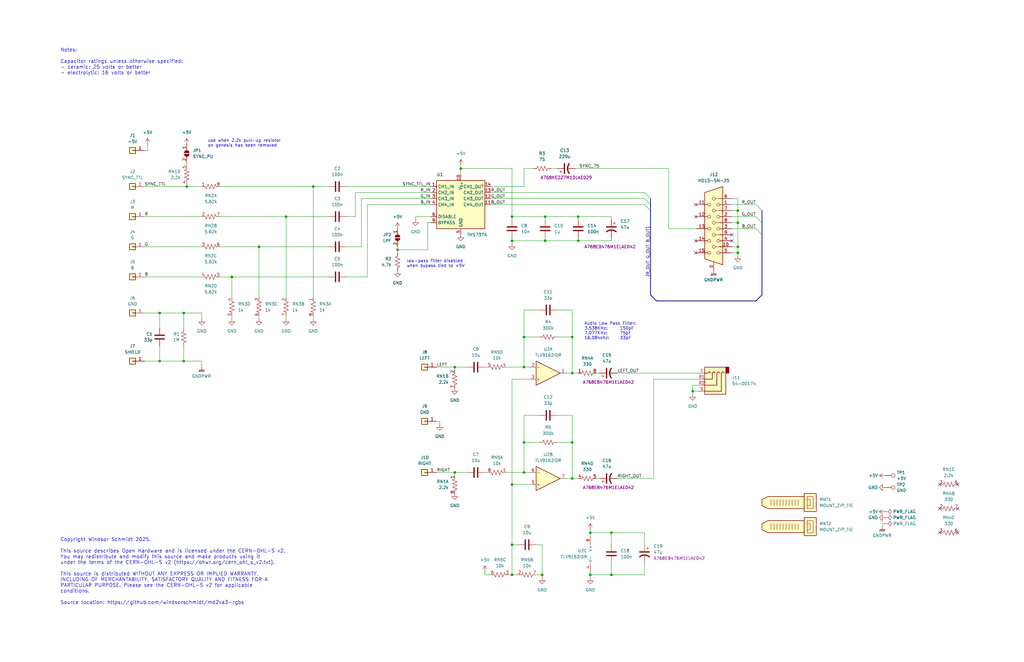
<source format=kicad_sch>
(kicad_sch (version 20250114) (generator "eeschema") (generator_version "9.0")
  (paper "B")
  (title_block (title "md2va3-rgbs") (date "2025-08-07") (rev "2"))
  (lib_symbols
    (symbol "+5V_1" (power) (pin_names (offset 0))
      (property "Value" "+5V_1" (at 0 3.556 0))
      (symbol "+5V_1_1_1"
        (pin power_in line (at 0 0 90) (length 0) (hide yes) (name "+5V") (number "1"))
      )
    )
    (symbol "+5V_2" (power) (pin_names (offset 0))
      (property "Value" "+5V_2" (at 0 3.556 0))
      (symbol "+5V_2_1_1"
        (pin power_in line (at 0 0 90) (length 0) (hide yes) (name "+5V") (number "1"))
      )
    )
    (symbol "+5V_3" (power) (pin_names (offset 0))
      (property "Value" "+5V_3" (at 0 3.556 0))
      (symbol "+5V_3_1_1"
        (pin power_in line (at 0 0 90) (length 0) (hide yes) (name "+5V") (number "1"))
      )
    )
    (symbol "Amplifier_Operational:TL072" (pin_names (offset 0.127))
      (property "Reference" "U" (at 0 5.08 0))
      (property "Value" "TL072" (at 0 -5.08 0))
      (symbol "TL072_1_1"
        (pin input line (at -7.62 2.54 0) (length 2.54) (name "+") (number "3"))
        (pin input line (at -7.62 -2.54 0) (length 2.54) (name "-") (number "2"))
        (pin output line (at 7.62 0 180) (length 2.54) (name "~") (number "1"))
      )
      (symbol "TL072_2_1"
        (pin input line (at -7.62 2.54 0) (length 2.54) (name "+") (number "5"))
        (pin input line (at -7.62 -2.54 0) (length 2.54) (name "-") (number "6"))
        (pin output line (at 7.62 0 180) (length 2.54) (name "~") (number "7"))
      )
      (symbol "TL072_3_1"
        (pin power_in line (at -2.54 7.62 270) (length 3.81) (name "V+") (number "8"))
        (pin power_in line (at -2.54 -7.62 90) (length 3.81) (name "V-") (number "4"))
      )
    )
    (symbol "Amplifier_Video:THS7374"
      (property "Reference" "U" (at -8.89 11.43 0))
      (property "Value" "THS7374" (at 5.08 11.43 0))
      (symbol "THS7374_1_1"
        (pin input line (at -12.7 7.62 0) (length 2.54) (name "CH1_IN") (number "1"))
        (pin input line (at -12.7 5.08 0) (length 2.54) (name "CH2_IN") (number "2"))
        (pin input line (at -12.7 2.54 0) (length 2.54) (name "CH3_IN") (number "3"))
        (pin input line (at -12.7 0 0) (length 2.54) (name "CH4_IN") (number "4"))
        (pin input line (at -12.7 -5.08 0) (length 2.54) (name "DISABLE") (number "6"))
        (pin input line (at -12.7 -7.62 0) (length 2.54) (name "BYPASS") (number "9"))
        (pin power_in line (at 0 12.7 270) (length 2.54) (name "V_{S+}") (number "10"))
        (pin power_in line (at 0 -12.7 90) (length 2.54) (name "GND") (number "5"))
        (pin no_connect line (at 10.16 -5.08 180) (length 2.54) (hide yes) (name "NC") (number "7"))
        (pin no_connect line (at 10.16 -7.62 180) (length 2.54) (hide yes) (name "NC") (number "8"))
        (pin output line (at 12.7 7.62 180) (length 2.54) (name "CH1_OUT") (number "14"))
        (pin output line (at 12.7 5.08 180) (length 2.54) (name "CH2_OUT") (number "13"))
        (pin output line (at 12.7 2.54 180) (length 2.54) (name "CH3_OUT") (number "12"))
        (pin output line (at 12.7 0 180) (length 2.54) (name "CH4_OUT") (number "11"))
      )
    )
    (symbol "Connector:DE15_Receptacle_HighDensity_MountingHoles" (pin_names (offset 1.016) (hide yes))
      (property "Reference" "J" (at 0 21.59 0))
      (property "Value" "DE15_Receptacle_HighDensity_MountingHoles" (at 0 19.05 0))
      (symbol "DE15_Receptacle_HighDensity_MountingHoles_1_1"
        (pin passive line (at -7.62 12.7 0) (length 5.08) (name "~") (number "6"))
        (pin passive line (at -7.62 10.16 0) (length 5.08) (name "~") (number "1"))
        (pin passive line (at -7.62 7.62 0) (length 5.08) (name "~") (number "7"))
        (pin passive line (at -7.62 5.08 0) (length 5.08) (name "~") (number "2"))
        (pin passive line (at -7.62 2.54 0) (length 5.08) (name "~") (number "8"))
        (pin passive line (at -7.62 0 0) (length 5.08) (name "~") (number "3"))
        (pin passive line (at -7.62 -2.54 0) (length 5.08) (name "~") (number "9"))
        (pin passive line (at -7.62 -5.08 0) (length 5.08) (name "~") (number "4"))
        (pin passive line (at -7.62 -7.62 0) (length 5.08) (name "~") (number "10"))
        (pin passive line (at -7.62 -10.16 0) (length 5.08) (name "~") (number "5"))
        (pin passive line (at 0 -17.78 90) (length 3.81) (name "~") (number "0"))
        (pin passive line (at 7.62 10.16 180) (length 5.08) (name "~") (number "11"))
        (pin passive line (at 7.62 5.08 180) (length 5.08) (name "~") (number "12"))
        (pin passive line (at 7.62 0 180) (length 5.08) (name "~") (number "13"))
        (pin passive line (at 7.62 -5.08 180) (length 5.08) (name "~") (number "14"))
        (pin passive line (at 7.62 -10.16 180) (length 5.08) (name "~") (number "15"))
      )
    )
    (symbol "Connector:TestPoint" (pin_numbers (hide yes)) (pin_names (offset 0.762) (hide yes))
      (property "Reference" "TP" (at 0 6.858 0))
      (property "Value" "TestPoint" (at 0 5.08 0))
      (symbol "TestPoint_1_1"
        (pin passive line (at 0 0 90) (length 2.54) (name "1") (number "1"))
      )
    )
    (symbol "Connector_Audio:AudioJack4"
      (property "Reference" "J" (at 0 8.89 0))
      (property "Value" "AudioJack4" (at 0 6.35 0))
      (symbol "AudioJack4_1_1"
        (pin passive line (at 5.08 2.54 180) (length 2.54) (name "~") (number "S"))
        (pin passive line (at 5.08 0 180) (length 2.54) (name "~") (number "R2"))
        (pin passive line (at 5.08 -2.54 180) (length 2.54) (name "~") (number "R1"))
        (pin passive line (at 5.08 -5.08 180) (length 2.54) (name "~") (number "T"))
      )
    )
    (symbol "Connector_Generic:Conn_01x01" (pin_names (offset 1.016) (hide yes))
      (property "Reference" "J" (at 0 2.54 0))
      (property "Value" "Conn_01x01" (at 0 -2.54 0))
      (symbol "Conn_01x01_1_1"
        (pin passive line (at -5.08 0 0) (length 3.81) (name "Pin_1") (number "1"))
      )
    )
    (symbol "Device:C" (pin_numbers (hide yes)) (pin_names (offset 0.254))
      (property "Reference" "C" (at 0.635 2.54 0))
      (property "Value" "C" (at 0.635 -2.54 0))
      (symbol "C_1_1"
        (pin passive line (at 0 3.81 270) (length 2.794) (name "~") (number "1"))
        (pin passive line (at 0 -3.81 90) (length 2.794) (name "~") (number "2"))
      )
    )
    (symbol "Device:C_Polarized_US" (pin_numbers (hide yes)) (pin_names (offset 0.254) (hide yes))
      (property "Reference" "C" (at 0.635 2.54 0))
      (property "Value" "C_Polarized_US" (at 0.635 -2.54 0))
      (symbol "C_Polarized_US_1_1"
        (pin passive line (at 0 3.81 270) (length 2.794) (name "~") (number "1"))
        (pin passive line (at 0 -3.81 90) (length 3.302) (name "~") (number "2"))
      )
    )
    (symbol "Device:R_US" (pin_numbers (hide yes)) (pin_names (offset 0))
      (property "Reference" "R" (at 2.54 0 90))
      (property "Value" "R_US" (at -2.54 0 90))
      (symbol "R_US_1_1"
        (pin passive line (at 0 3.81 270) (length 1.27) (name "~") (number "1"))
        (pin passive line (at 0 -3.81 90) (length 1.27) (name "~") (number "2"))
      )
    )
    (symbol "GND_1" (power) (pin_names (offset 0))
      (property "Value" "GND_1" (at 0 -3.81 0))
      (symbol "GND_1_1_1"
        (pin power_in line (at 0 0 270) (length 0) (hide yes) (name "GND") (number "1"))
      )
    )
    (symbol "GND_2" (power) (pin_names (offset 0))
      (property "Value" "GND_2" (at 0 -3.81 0))
      (symbol "GND_2_1_1"
        (pin power_in line (at 0 0 270) (length 0) (hide yes) (name "GND") (number "1"))
      )
    )
    (symbol "Jumper:SolderJumper_2_Open" (pin_names (offset 0) (hide yes))
      (property "Reference" "JP" (at 0 2.032 0))
      (property "Value" "SolderJumper_2_Open" (at 0 -2.54 0))
      (symbol "SolderJumper_2_Open_1_1"
        (pin passive line (at -3.81 0 0) (length 2.54) (name "A") (number "1"))
        (pin passive line (at 3.81 0 180) (length 2.54) (name "B") (number "2"))
      )
    )
    (symbol "power:+5V" (power) (pin_names (offset 0))
      (property "Value" "+5V" (at 0 3.556 0))
      (symbol "+5V_1_1"
        (pin power_in line (at 0 0 90) (length 0) (hide yes) (name "+5V") (number "1"))
      )
    )
    (symbol "power:GND" (power) (pin_names (offset 0))
      (property "Value" "GND" (at 0 -3.81 0))
      (symbol "GND_1_1"
        (pin power_in line (at 0 0 270) (length 0) (hide yes) (name "GND") (number "1"))
      )
    )
    (symbol "power:GNDPWR" (power) (pin_names (offset 0))
      (property "Value" "GNDPWR" (at 0 -3.302 0))
      (symbol "GNDPWR_1_1"
        (pin power_in line (at 0 0 270) (length 0) (hide yes) (name "GNDPWR") (number "1"))
      )
    )
    (symbol "power:PWR_FLAG" (power) (pin_numbers (hide yes)) (pin_names (offset 0) (hide yes))
      (property "Value" "PWR_FLAG" (at 0 3.81 0))
      (symbol "PWR_FLAG_0_0"
        (pin power_out line (at 0 0 90) (length 0) (name "pwr") (number "1"))
      )
    )
    (symbol "win:MOUNT_ZIP_TIE" (pin_names (offset 1.016))
      (property "Reference" "MNT" (at 0 3.81 0))
      (property "Value" "MOUNT_ZIP_TIE" (at 0 -5.08 0))
    )
    (symbol "win:R_Pack04_Split" (pin_names (offset 0) (hide yes))
      (property "Reference" "RN" (at 2.032 0 90))
      (property "Value" "R_Pack04_Split" (at 0 0 90))
      (symbol "R_Pack04_Split_1_1"
        (pin passive line (at 0 3.81 270) (length 1.27) (name "R1.2") (number "8"))
        (pin passive line (at 0 -3.81 90) (length 1.27) (name "R1.1") (number "1"))
      )
      (symbol "R_Pack04_Split_2_1"
        (pin passive line (at 0 3.81 270) (length 1.27) (name "R2.2") (number "7"))
        (pin passive line (at 0 -3.81 90) (length 1.27) (name "R2.1") (number "2"))
      )
      (symbol "R_Pack04_Split_3_1"
        (pin passive line (at 0 3.81 270) (length 1.27) (name "R3.2") (number "6"))
        (pin passive line (at 0 -3.81 90) (length 1.27) (name "R3.1") (number "3"))
      )
      (symbol "R_Pack04_Split_4_1"
        (pin passive line (at 0 3.81 270) (length 1.27) (name "R4.2") (number "5"))
        (pin passive line (at 0 -3.81 90) (length 1.27) (name "R4.1") (number "4"))
      )
    )
  )
  (text "use when 2.2k pull-up resistor\non genesis has been removed" (at 87.63 62.23 0) (effects (font (size 1.27 1.27)) (justify left bottom)))
  (text "Notes:\n\nCapacitor ratings unless otherwise specified:\n- ceramic: 25 volts or better\n- electrolytic: 16 volts or better" (at 25.4 31.75 0) (effects (font (size 1.5 1.5)) (justify left bottom)))
  (text "Copyright Windsor Schmidt 2025.\n\nThis source describes Open Hardware and is licensed under the CERN-OHL-S v2.\nYou may redistribute and modify this source and make products using it\nunder the terms of the CERN-OHL-S v2 (https://ohwr.org/cern_ohl_s_v2.txt).\n\nThis source is distributed WITHOUT ANY EXPRESS OR IMPLIED WARRANTY,\nINCLUDING OF MERCHANTABILITY, SATISFACTORY QUALITY AND FITNESS FOR A\nPARTICULAR PURPOSE. Please see the CERN-OHL-S v2 for applicable\nconditions.\n\nSource location: https://github.com/windsorschmidt/md2va3-rgbs\n" (at 25.4 255.27 0) (effects (font (size 1.5 1.5)) (justify left bottom)))
  (text "low-pass filter disabled\nwhen bypass tied to +5V" (at 171.45 113.03 0) (effects (font (size 1.27 1.27)) (justify left bottom)))
  (text "Audio Low Pass Filter:\n3.538KHz:	150pF\n7.077KHz:	75pF\n16.084khz:	33pF" (at 246.38 143.51 0) (effects (font (size 1.27 1.27)) (justify left bottom)))
  (junction (at 220.98 199.39))
  (junction (at 248.92 224.79))
  (junction (at 311.15 88.9))
  (junction (at 191.77 199.39))
  (junction (at 229.87 91.44))
  (junction (at 228.6 242.57))
  (junction (at 220.98 186.69))
  (junction (at 257.81 242.57))
  (junction (at 215.9 91.44))
  (junction (at 215.9 204.47))
  (junction (at 248.92 242.57))
  (junction (at 132.08 78.74))
  (junction (at 109.22 104.14))
  (junction (at 78.74 78.74))
  (junction (at 257.81 224.79))
  (junction (at 220.98 154.94))
  (junction (at 77.47 132.08))
  (junction (at 191.77 154.94))
  (junction (at 311.15 104.14))
  (junction (at 220.98 142.24))
  (junction (at 311.15 106.68))
  (junction (at 215.9 242.57))
  (junction (at 241.3 142.24))
  (junction (at 292.1 165.1))
  (junction (at 215.9 229.87))
  (junction (at 167.64 105.41))
  (junction (at 67.31 132.08))
  (junction (at 97.79 116.84))
  (junction (at 67.31 152.4))
  (junction (at 120.65 91.44))
  (junction (at 194.31 71.12))
  (junction (at 243.84 91.44))
  (junction (at 77.47 152.4))
  (junction (at 229.87 101.6))
  (junction (at 311.15 93.98))
  (junction (at 243.84 101.6))
  (junction (at 215.9 101.6))
  (junction (at 241.3 186.69))
  (junction (at 241.3 157.48))
  (junction (at 241.3 201.93))
  (no_connect (at 293.37 86.36))
  (no_connect (at 308.61 101.6))
  (no_connect (at 403.86 204.47))
  (no_connect (at 403.86 224.79))
  (no_connect (at 396.24 224.79))
  (no_connect (at 308.61 99.06))
  (no_connect (at 403.86 214.63))
  (no_connect (at 396.24 214.63))
  (no_connect (at 293.37 101.6))
  (no_connect (at 293.37 91.44))
  (no_connect (at 396.24 204.47))
  (no_connect (at 293.37 106.68))
  (bus_entry (at 271.78 83.82) (size 2.54 2.54))
  (bus_entry (at 318.77 91.44) (size 2.54 2.54))
  (bus_entry (at 271.78 86.36) (size 2.54 2.54))
  (bus_entry (at 271.78 81.28) (size 2.54 2.54))
  (bus_entry (at 318.77 96.52) (size 2.54 2.54))
  (bus_entry (at 318.77 86.36) (size 2.54 2.54))
  (wire (pts (xy 257.81 91.44) (xy 257.81 92.71)))
  (bus (pts (xy 274.32 83.82) (xy 274.32 86.36)))
  (wire (pts (xy 308.61 91.44) (xy 318.77 91.44)))
  (wire (pts (xy 132.08 78.74) (xy 138.43 78.74)))
  (wire (pts (xy 167.64 104.14) (xy 167.64 105.41)))
  (wire (pts (xy 154.94 86.36) (xy 181.61 86.36)))
  (wire (pts (xy 226.06 242.57) (xy 228.6 242.57)))
  (wire (pts (xy 271.78 237.49) (xy 271.78 242.57)))
  (wire (pts (xy 308.61 88.9) (xy 311.15 88.9)))
  (wire (pts (xy 220.98 130.81) (xy 227.33 130.81)))
  (wire (pts (xy 228.6 242.57) (xy 228.6 229.87)))
  (wire (pts (xy 271.78 224.79) (xy 257.81 224.79)))
  (wire (pts (xy 372.11 222.25) (xy 372.11 220.98)))
  (wire (pts (xy 154.94 116.84) (xy 154.94 86.36)))
  (wire (pts (xy 194.31 71.12) (xy 215.9 71.12)))
  (wire (pts (xy 60.96 78.74) (xy 78.74 78.74)))
  (bus (pts (xy 276.86 127) (xy 274.32 124.46)))
  (wire (pts (xy 257.81 224.79) (xy 257.81 229.87)))
  (wire (pts (xy 308.61 104.14) (xy 311.15 104.14)))
  (wire (pts (xy 220.98 142.24) (xy 227.33 142.24)))
  (wire (pts (xy 220.98 154.94) (xy 223.52 154.94)))
  (wire (pts (xy 234.95 186.69) (xy 241.3 186.69)))
  (wire (pts (xy 62.23 60.96) (xy 62.23 63.5)))
  (wire (pts (xy 260.35 201.93) (xy 275.59 201.93)))
  (wire (pts (xy 234.95 130.81) (xy 241.3 130.81)))
  (wire (pts (xy 243.84 101.6) (xy 229.87 101.6)))
  (wire (pts (xy 215.9 91.44) (xy 215.9 71.12)))
  (wire (pts (xy 60.96 104.14) (xy 85.09 104.14)))
  (wire (pts (xy 184.15 199.39) (xy 191.77 199.39)))
  (wire (pts (xy 257.81 101.6) (xy 243.84 101.6)))
  (wire (pts (xy 146.05 78.74) (xy 181.61 78.74)))
  (wire (pts (xy 308.61 96.52) (xy 318.77 96.52)))
  (wire (pts (xy 308.61 106.68) (xy 311.15 106.68)))
  (wire (pts (xy 191.77 199.39) (xy 196.85 199.39)))
  (wire (pts (xy 248.92 224.79) (xy 248.92 226.06)))
  (wire (pts (xy 138.43 91.44) (xy 120.65 91.44)))
  (wire (pts (xy 62.23 63.5) (xy 60.96 63.5)))
  (wire (pts (xy 109.22 134.62) (xy 109.22 133.35)))
  (wire (pts (xy 77.47 132.08) (xy 67.31 132.08)))
  (wire (pts (xy 67.31 146.05) (xy 67.31 152.4)))
  (wire (pts (xy 220.98 71.12) (xy 224.79 71.12)))
  (wire (pts (xy 146.05 104.14) (xy 152.4 104.14)))
  (wire (pts (xy 175.26 92.71) (xy 175.26 91.44)))
  (wire (pts (xy 67.31 132.08) (xy 67.31 138.43)))
  (bus (pts (xy 321.31 99.06) (xy 321.31 93.98)))
  (wire (pts (xy 194.31 69.85) (xy 194.31 71.12)))
  (wire (pts (xy 242.57 71.12) (xy 281.94 71.12)))
  (wire (pts (xy 97.79 116.84) (xy 97.79 125.73)))
  (bus (pts (xy 274.32 88.9) (xy 274.32 124.46)))
  (wire (pts (xy 248.92 224.79) (xy 257.81 224.79)))
  (wire (pts (xy 92.71 78.74) (xy 132.08 78.74)))
  (wire (pts (xy 229.87 91.44) (xy 243.84 91.44)))
  (wire (pts (xy 257.81 242.57) (xy 257.81 237.49)))
  (wire (pts (xy 149.86 91.44) (xy 149.86 81.28)))
  (wire (pts (xy 167.64 105.41) (xy 180.34 105.41)))
  (wire (pts (xy 184.15 154.94) (xy 191.77 154.94)))
  (wire (pts (xy 248.92 242.57) (xy 257.81 242.57)))
  (wire (pts (xy 185.42 179.07) (xy 185.42 177.8)))
  (wire (pts (xy 294.64 162.56) (xy 292.1 162.56)))
  (wire (pts (xy 215.9 101.6) (xy 215.9 102.87)))
  (wire (pts (xy 207.01 78.74) (xy 220.98 78.74)))
  (wire (pts (xy 241.3 157.48) (xy 238.76 157.48)))
  (wire (pts (xy 229.87 91.44) (xy 215.9 91.44)))
  (wire (pts (xy 252.73 201.93) (xy 251.46 201.93)))
  (wire (pts (xy 175.26 91.44) (xy 181.61 91.44)))
  (wire (pts (xy 109.22 104.14) (xy 92.71 104.14)))
  (wire (pts (xy 220.98 199.39) (xy 220.98 186.69)))
  (wire (pts (xy 275.59 201.93) (xy 275.59 160.02)))
  (wire (pts (xy 85.09 132.08) (xy 77.47 132.08)))
  (wire (pts (xy 241.3 201.93) (xy 238.76 201.93)))
  (wire (pts (xy 243.84 91.44) (xy 257.81 91.44)))
  (wire (pts (xy 257.81 100.33) (xy 257.81 101.6)))
  (wire (pts (xy 185.42 177.8) (xy 184.15 177.8)))
  (wire (pts (xy 60.96 152.4) (xy 67.31 152.4)))
  (wire (pts (xy 215.9 229.87) (xy 215.9 242.57)))
  (wire (pts (xy 241.3 186.69) (xy 241.3 201.93)))
  (wire (pts (xy 241.3 142.24) (xy 241.3 157.48)))
  (wire (pts (xy 78.74 68.58) (xy 78.74 69.85)))
  (wire (pts (xy 248.92 241.3) (xy 248.92 242.57)))
  (wire (pts (xy 181.61 83.82) (xy 152.4 83.82)))
  (wire (pts (xy 215.9 160.02) (xy 223.52 160.02)))
  (wire (pts (xy 308.61 86.36) (xy 318.77 86.36)))
  (wire (pts (xy 109.22 104.14) (xy 109.22 125.73)))
  (wire (pts (xy 232.41 71.12) (xy 234.95 71.12)))
  (wire (pts (xy 60.96 132.08) (xy 67.31 132.08)))
  (wire (pts (xy 228.6 243.84) (xy 228.6 242.57)))
  (wire (pts (xy 67.31 152.4) (xy 77.47 152.4)))
  (wire (pts (xy 132.08 134.62) (xy 132.08 133.35)))
  (wire (pts (xy 85.09 134.62) (xy 85.09 132.08)))
  (wire (pts (xy 78.74 77.47) (xy 78.74 78.74)))
  (wire (pts (xy 213.36 199.39) (xy 220.98 199.39)))
  (wire (pts (xy 191.77 199.39) (xy 191.77 200.66)))
  (wire (pts (xy 180.34 93.98) (xy 181.61 93.98)))
  (wire (pts (xy 229.87 101.6) (xy 229.87 100.33)))
  (wire (pts (xy 120.65 91.44) (xy 120.65 125.73)))
  (wire (pts (xy 120.65 91.44) (xy 92.71 91.44)))
  (wire (pts (xy 220.98 175.26) (xy 227.33 175.26)))
  (wire (pts (xy 228.6 229.87) (xy 226.06 229.87)))
  (wire (pts (xy 292.1 165.1) (xy 294.64 165.1)))
  (wire (pts (xy 241.3 175.26) (xy 241.3 186.69)))
  (wire (pts (xy 234.95 175.26) (xy 241.3 175.26)))
  (wire (pts (xy 213.36 154.94) (xy 220.98 154.94)))
  (wire (pts (xy 220.98 78.74) (xy 220.98 71.12)))
  (wire (pts (xy 292.1 162.56) (xy 292.1 165.1)))
  (wire (pts (xy 311.15 104.14) (xy 311.15 106.68)))
  (wire (pts (xy 243.84 201.93) (xy 241.3 201.93)))
  (wire (pts (xy 97.79 134.62) (xy 97.79 133.35)))
  (wire (pts (xy 215.9 242.57) (xy 218.44 242.57)))
  (wire (pts (xy 248.92 223.52) (xy 248.92 224.79)))
  (wire (pts (xy 281.94 96.52) (xy 281.94 71.12)))
  (wire (pts (xy 204.47 242.57) (xy 207.01 242.57)))
  (wire (pts (xy 215.9 100.33) (xy 215.9 101.6)))
  (wire (pts (xy 207.01 81.28) (xy 271.78 81.28)))
  (wire (pts (xy 220.98 142.24) (xy 220.98 130.81)))
  (wire (pts (xy 229.87 91.44) (xy 229.87 92.71)))
  (wire (pts (xy 218.44 229.87) (xy 215.9 229.87)))
  (wire (pts (xy 180.34 105.41) (xy 180.34 93.98)))
  (wire (pts (xy 77.47 132.08) (xy 77.47 138.43)))
  (wire (pts (xy 311.15 88.9) (xy 311.15 93.98)))
  (wire (pts (xy 243.84 157.48) (xy 241.3 157.48)))
  (wire (pts (xy 138.43 116.84) (xy 97.79 116.84)))
  (wire (pts (xy 308.61 93.98) (xy 311.15 93.98)))
  (wire (pts (xy 207.01 83.82) (xy 271.78 83.82)))
  (wire (pts (xy 271.78 242.57) (xy 257.81 242.57)))
  (wire (pts (xy 204.47 241.3) (xy 204.47 242.57)))
  (bus (pts (xy 274.32 86.36) (xy 274.32 88.9)))
  (wire (pts (xy 308.61 83.82) (xy 311.15 83.82)))
  (wire (pts (xy 252.73 157.48) (xy 251.46 157.48)))
  (wire (pts (xy 146.05 91.44) (xy 149.86 91.44)))
  (wire (pts (xy 229.87 101.6) (xy 215.9 101.6)))
  (wire (pts (xy 191.77 154.94) (xy 196.85 154.94)))
  (wire (pts (xy 191.77 154.94) (xy 191.77 156.21)))
  (bus (pts (xy 318.77 127) (xy 276.86 127)))
  (wire (pts (xy 215.9 242.57) (xy 214.63 242.57)))
  (wire (pts (xy 120.65 134.62) (xy 120.65 133.35)))
  (bus (pts (xy 321.31 99.06) (xy 321.31 124.46)))
  (wire (pts (xy 78.74 78.74) (xy 85.09 78.74)))
  (wire (pts (xy 372.11 220.98) (xy 373.38 220.98)))
  (wire (pts (xy 207.01 86.36) (xy 271.78 86.36)))
  (wire (pts (xy 281.94 96.52) (xy 293.37 96.52)))
  (wire (pts (xy 220.98 186.69) (xy 220.98 175.26)))
  (wire (pts (xy 275.59 160.02) (xy 294.64 160.02)))
  (wire (pts (xy 215.9 204.47) (xy 223.52 204.47)))
  (wire (pts (xy 311.15 106.68) (xy 311.15 107.95)))
  (wire (pts (xy 215.9 204.47) (xy 215.9 160.02)))
  (wire (pts (xy 146.05 116.84) (xy 154.94 116.84)))
  (wire (pts (xy 205.74 199.39) (xy 204.47 199.39)))
  (wire (pts (xy 60.96 91.44) (xy 85.09 91.44)))
  (wire (pts (xy 215.9 91.44) (xy 215.9 92.71)))
  (wire (pts (xy 138.43 104.14) (xy 109.22 104.14)))
  (wire (pts (xy 243.84 100.33) (xy 243.84 101.6)))
  (wire (pts (xy 194.31 71.12) (xy 194.31 73.66)))
  (wire (pts (xy 243.84 91.44) (xy 243.84 92.71)))
  (wire (pts (xy 260.35 157.48) (xy 294.64 157.48)))
  (wire (pts (xy 167.64 105.41) (xy 167.64 106.68)))
  (wire (pts (xy 241.3 130.81) (xy 241.3 142.24)))
  (wire (pts (xy 85.09 152.4) (xy 85.09 154.94)))
  (wire (pts (xy 181.61 81.28) (xy 149.86 81.28)))
  (wire (pts (xy 215.9 229.87) (xy 215.9 204.47)))
  (wire (pts (xy 205.74 154.94) (xy 204.47 154.94)))
  (wire (pts (xy 311.15 83.82) (xy 311.15 88.9)))
  (wire (pts (xy 220.98 154.94) (xy 220.98 142.24)))
  (wire (pts (xy 97.79 116.84) (xy 92.71 116.84)))
  (wire (pts (xy 234.95 142.24) (xy 241.3 142.24)))
  (bus (pts (xy 321.31 124.46) (xy 318.77 127)))
  (wire (pts (xy 220.98 199.39) (xy 223.52 199.39)))
  (wire (pts (xy 248.92 242.57) (xy 248.92 243.84)))
  (wire (pts (xy 132.08 78.74) (xy 132.08 125.73)))
  (wire (pts (xy 152.4 104.14) (xy 152.4 83.82)))
  (wire (pts (xy 271.78 229.87) (xy 271.78 224.79)))
  (wire (pts (xy 60.96 116.84) (xy 85.09 116.84)))
  (wire (pts (xy 292.1 166.37) (xy 292.1 165.1)))
  (wire (pts (xy 220.98 186.69) (xy 227.33 186.69)))
  (wire (pts (xy 77.47 152.4) (xy 85.09 152.4)))
  (bus (pts (xy 321.31 93.98) (xy 321.31 88.9)))
  (wire (pts (xy 311.15 93.98) (xy 311.15 104.14)))
  (wire (pts (xy 77.47 146.05) (xy 77.47 152.4)))
  (label "RIGHT" (at 184.15 199.39 0))
  (label "B_IN" (at 181.61 86.36 180))
  (label "B" (at 60.96 116.84 0))
  (label "SYNC_TTL" (at 60.96 78.74 0))
  (label "LEFT" (at 184.15 154.94 0))
  (label "R_IN" (at 181.61 81.28 180))
  (label "{R_OUT G_OUT B_OUT}" (at 274.32 116.84 90))
  (label "LEFT_OUT" (at 260.35 157.48 0))
  (label "R_OUT" (at 207.01 81.28 0))
  (label "SYNC_75" (at 252.73 71.12 180))
  (label "B_OUT" (at 207.01 86.36 0))
  (label "G_OUT" (at 207.01 83.82 0))
  (label "G_IN" (at 181.61 83.82 180))
  (label "G_OUT" (at 318.77 91.44 180))
  (label "SYNC_TTL_IN" (at 181.61 78.74 180))
  (label "B_OUT" (at 318.77 96.52 180))
  (label "R" (at 60.96 91.44 0))
  (label "R_OUT" (at 318.77 86.36 180))
  (label "G" (at 60.96 104.14 0))
  (label "RIGHT_OUT" (at 260.35 201.93 0))
  (symbol (lib_id "Device:C") (at 215.9 96.52 0) (unit 1)
    (property "Reference" "C8" (at 219.71 95.25 0) (effects (justify left)))
    (property "Value" "10n" (at 219.71 97.79 0) (effects (justify left)))
    (property "Footprint" "Capacitor_SMD:C_0603_1608Metric" (effects (hide yes)))
  )
  (symbol (lib_id "win:R_Pack04_Split") (at 97.79 129.54 180) (unit 4)
    (property "Reference" "RN3" (at 100.33 128.27 0) (effects (justify right)))
    (property "Value" "1k" (at 100.33 130.81 0) (effects (justify right)))
    (property "Footprint" "Resistor_SMD:R_Array_Convex_4x0603" (effects (hide yes)))
  )
  (symbol (lib_id "Device:C") (at 222.25 229.87 90) (unit 1)
    (property "Reference" "C9" (at 222.25 222.25 90))
    (property "Value" "10u" (at 222.25 224.79 90))
    (property "Footprint" "Capacitor_SMD:C_0805_2012Metric" (effects (hide yes)))
  )
  (symbol (lib_id "power:GNDPWR") (at 85.09 154.94 0) (unit 1)
    (property "Reference" "#PWR03" (effects (hide yes)))
    (property "Value" "GNDPWR" (at 84.963 158.75 0))
  )
  (symbol (lib_name "+5V_1") (lib_id "power:+5V") (at 248.92 223.52 0) (mirror y) (unit 1)
    (property "Reference" "#PWR023" (effects (hide yes)))
    (property "Value" "+5V" (at 248.92 218.44 0))
  )
  (symbol (lib_id "power:PWR_FLAG") (at 373.38 218.44 270) (unit 1)
    (property "Reference" "#FLG01" (effects (hide yes)))
    (property "Value" "PWR_FLAG" (at 376.555 218.44 90) (effects (justify left)))
  )
  (symbol (lib_name "GND_1") (lib_id "power:GND") (at 185.42 179.07 0) (unit 1)
    (property "Reference" "#PWR015" (effects (hide yes)))
    (property "Value" "GND" (at 185.42 184.15 0))
  )
  (symbol (lib_id "win:R_Pack04_Split") (at 247.65 201.93 270) (unit 4)
    (property "Reference" "RN4" (at 247.65 195.58 90))
    (property "Value" "330" (at 247.65 198.12 90))
    (property "Footprint" "Resistor_SMD:R_Array_Convex_4x0603" (effects (hide yes)))
  )
  (symbol (lib_id "Amplifier_Video:THS7374") (at 194.31 86.36 0) (unit 1)
    (property "Reference" "U1" (at 184.15 73.66 0) (effects (justify left)))
    (property "Value" "THS7374" (at 196.85 99.06 0) (effects (justify left)))
    (property "Footprint" "Package_SO:TSSOP-14_4.4x5mm_P0.65mm" (effects (hide yes)))
    (property "Datasheet" "https://www.ti.com/lit/ds/symlink/ths7374.pdf" (effects (hide yes)))
  )
  (symbol (lib_id "Connector_Generic:Conn_01x01") (at 55.88 152.4 180) (unit 1)
    (property "Reference" "J7" (at 55.88 146.05 0))
    (property "Value" "SHIELD" (at 55.88 148.59 0))
    (property "Footprint" "Connector_Wire:SolderWirePad_1x01_SMD_1x2mm" (effects (hide yes)))
  )
  (symbol (lib_id "win:R_Pack04_Split") (at 247.65 157.48 270) (unit 1)
    (property "Reference" "RN4" (at 247.65 151.13 90))
    (property "Value" "330" (at 247.65 153.67 90))
    (property "Footprint" "Resistor_SMD:R_Array_Convex_4x0603" (effects (hide yes)))
  )
  (symbol (lib_id "Device:C") (at 142.24 116.84 270) (unit 1)
    (property "Reference" "C5" (at 142.24 109.22 90))
    (property "Value" "100n" (at 142.24 111.76 90))
    (property "Footprint" "Capacitor_SMD:C_0603_1608Metric" (effects (hide yes)))
  )
  (symbol (lib_id "Connector_Generic:Conn_01x01") (at 55.88 116.84 180) (unit 1)
    (property "Reference" "J5" (at 55.88 110.49 0))
    (property "Value" "B" (at 55.88 113.03 0))
    (property "Footprint" "Connector_Wire:SolderWirePad_1x01_SMD_1x2mm" (effects (hide yes)))
  )
  (symbol (lib_id "Device:C") (at 231.14 175.26 90) (unit 1)
    (property "Reference" "C12" (at 231.14 167.64 90))
    (property "Value" "33p" (at 231.14 170.18 90))
    (property "Footprint" "Capacitor_SMD:C_0603_1608Metric" (effects (hide yes)))
  )
  (symbol (lib_id "Connector:TestPoint") (at 373.38 205.74 270) (unit 1)
    (property "Reference" "TP2" (at 378.079 204.5278 90) (effects (justify left)))
    (property "Value" "GND" (at 378.079 206.9521 90) (effects (justify left)))
    (property "Footprint" "TestPoint:TestPoint_Loop_D2.50mm_Drill1.0mm" (effects (hide yes)))
  )
  (symbol (lib_id "win:R_Pack04_Split") (at 400.05 214.63 270) (unit 2)
    (property "Reference" "RN4" (at 400.05 208.28 90))
    (property "Value" "330" (at 400.05 210.82 90))
    (property "Footprint" "Resistor_SMD:R_Array_Convex_4x0603" (effects (hide yes)))
  )
  (symbol (lib_id "Connector_Generic:Conn_01x01") (at 179.07 154.94 180) (unit 1)
    (property "Reference" "J8" (at 179.07 148.59 0))
    (property "Value" "LEFT" (at 179.07 151.13 0))
    (property "Footprint" "Connector_Wire:SolderWirePad_1x01_SMD_1x2mm" (effects (hide yes)))
  )
  (symbol (lib_id "Device:C") (at 67.31 142.24 0) (mirror x) (unit 1)
    (property "Reference" "C1" (at 64.389 141.0278 0) (effects (justify right)))
    (property "Value" "33p" (at 64.389 143.4521 0) (effects (justify right)))
    (property "Footprint" "Capacitor_SMD:C_0603_1608Metric" (effects (hide yes)))
  )
  (symbol (lib_id "win:R_Pack04_Split") (at 400.05 224.79 270) (unit 3)
    (property "Reference" "RN4" (at 400.05 218.44 90))
    (property "Value" "330" (at 400.05 220.98 90))
    (property "Footprint" "Resistor_SMD:R_Array_Convex_4x0603" (effects (hide yes)))
  )
  (symbol (lib_id "Jumper:SolderJumper_2_Open") (at 78.74 64.77 270) (unit 1)
    (property "Reference" "JP1" (at 81.28 63.5 90) (effects (justify left)))
    (property "Value" "SYNC_PU" (at 81.28 66.04 90) (effects (justify left)))
    (property "Footprint" "Jumper:SolderJumper-2_P1.3mm_Open_RoundedPad1.0x1.5mm" (effects (hide yes)))
  )
  (symbol (lib_id "Device:C") (at 142.24 91.44 270) (unit 1)
    (property "Reference" "C3" (at 142.24 83.82 90))
    (property "Value" "100n" (at 142.24 86.36 90))
    (property "Footprint" "Capacitor_SMD:C_0603_1608Metric" (effects (hide yes)))
  )
  (symbol (lib_name "GND_2") (lib_id "power:GND") (at 175.26 92.71 0) (unit 1)
    (property "Reference" "#PWR014" (effects (hide yes)))
    (property "Value" "GND" (at 175.26 97.79 0))
  )
  (symbol (lib_id "win:R_Pack04_Split") (at 88.9 116.84 270) (mirror x) (unit 4)
    (property "Reference" "RN2" (at 88.9 120.65 90))
    (property "Value" "5.62k" (at 88.9 123.19 90))
    (property "Footprint" "Resistor_SMD:R_Array_Convex_4x0603" (effects (hide yes)))
  )
  (symbol (lib_id "win:R_Pack04_Split") (at 210.82 242.57 90) (mirror x) (unit 3)
    (property "Reference" "RN5" (at 210.82 236.22 90))
    (property "Value" "10k" (at 210.82 238.76 90))
    (property "Footprint" "Resistor_SMD:R_Array_Convex_4x0603" (effects (hide yes)))
  )
  (symbol (lib_id "Device:C_Polarized_US") (at 238.76 71.12 90) (unit 1)
    (property "Reference" "C13" (at 238.125 63.5 90))
    (property "Value" "220u" (at 238.125 66.04 90))
    (property "Footprint" "Capacitor_SMD:CP_Elec_8x6.2" (effects (hide yes)))
    (property "Note" "A768KE227M1DLAE029" (at 238.76 74.93 90))
  )
  (symbol (lib_id "win:R_Pack04_Split") (at 132.08 129.54 180) (unit 1)
    (property "Reference" "RN3" (at 134.62 128.27 0) (effects (justify right)))
    (property "Value" "1k" (at 134.62 130.81 0) (effects (justify right)))
    (property "Footprint" "Resistor_SMD:R_Array_Convex_4x0603" (effects (hide yes)))
  )
  (symbol (lib_name "GND_1") (lib_id "power:GND") (at 248.92 243.84 0) (mirror y) (unit 1)
    (property "Reference" "#PWR024" (effects (hide yes)))
    (property "Value" "GND" (at 248.92 248.92 0))
  )
  (symbol (lib_id "Device:C") (at 142.24 78.74 270) (unit 1)
    (property "Reference" "C2" (at 142.24 71.12 90))
    (property "Value" "100n" (at 142.24 73.66 90))
    (property "Footprint" "Capacitor_SMD:C_0603_1608Metric" (effects (hide yes)))
  )
  (symbol (lib_id "power:PWR_FLAG") (at 373.38 215.9 270) (unit 1)
    (property "Reference" "#FLG03" (effects (hide yes)))
    (property "Value" "PWR_FLAG" (at 376.555 215.9 90) (effects (justify left)))
  )
  (symbol (lib_id "Device:C_Polarized_US") (at 256.54 157.48 90) (unit 1)
    (property "Reference" "C15" (at 255.905 149.86 90))
    (property "Value" "47u" (at 255.905 152.4 90))
    (property "Footprint" "Capacitor_SMD:CP_Elec_6.3x5.9" (effects (hide yes)))
    (property "Note" "A768EB476M1ELAE042" (at 256.54 161.29 90))
  )
  (symbol (lib_name "GND_2") (lib_id "power:GND") (at 215.9 102.87 0) (unit 1)
    (property "Reference" "#PWR021" (effects (hide yes)))
    (property "Value" "GND" (at 215.9 107.95 0))
  )
  (symbol (lib_id "Device:R_US") (at 167.64 110.49 0) (mirror x) (unit 1)
    (property "Reference" "R2" (at 165.1 109.22 0) (effects (justify right)))
    (property "Value" "4.7k" (at 165.1 111.76 0) (effects (justify right)))
    (property "Footprint" "Resistor_SMD:R_0603_1608Metric" (effects (hide yes)))
  )
  (symbol (lib_name "+5V_3") (lib_id "power:+5V") (at 62.23 60.96 0) (unit 1)
    (property "Reference" "#PWR01" (effects (hide yes)))
    (property "Value" "+5V" (at 62.23 55.88 0))
  )
  (symbol (lib_id "win:R_Pack04_Split") (at 88.9 91.44 270) (mirror x) (unit 2)
    (property "Reference" "RN2" (at 88.9 95.25 90))
    (property "Value" "5.62k" (at 88.9 97.79 90))
    (property "Footprint" "Resistor_SMD:R_Array_Convex_4x0603" (effects (hide yes)))
  )
  (symbol (lib_id "win:R_Pack04_Split") (at 209.55 154.94 90) (mirror x) (unit 4)
    (property "Reference" "RN5" (at 209.55 148.59 90))
    (property "Value" "10k" (at 209.55 151.13 90))
    (property "Footprint" "Resistor_SMD:R_Array_Convex_4x0603" (effects (hide yes)))
  )
  (symbol (lib_id "power:GNDPWR") (at 300.99 114.3 0) (unit 1)
    (property "Reference" "#PWR026" (effects (hide yes)))
    (property "Value" "GNDPWR" (at 300.863 118.11 0))
  )
  (symbol (lib_id "Amplifier_Operational:TL072") (at 246.38 233.68 0) (mirror y) (unit 3)
    (property "Reference" "U2" (at 247.65 232.41 0) (effects (justify left)))
    (property "Value" "TLV9162IDR" (at 247.65 234.95 0) (effects (justify left)))
    (property "Footprint" "Package_SO:SOIC-8_3.9x4.9mm_P1.27mm" (effects (hide yes)))
    (property "Datasheet" "https://www.ti.com/lit/ds/symlink/tlv9162.pdf" (effects (hide yes)))
  )
  (symbol (lib_name "GND_2") (lib_id "power:GND") (at 194.31 99.06 0) (unit 1)
    (property "Reference" "#PWR019" (effects (hide yes)))
    (property "Value" "GND" (at 194.31 104.14 0))
  )
  (symbol (lib_id "Connector_Generic:Conn_01x01") (at 55.88 78.74 180) (unit 1)
    (property "Reference" "J2" (at 55.88 72.39 0))
    (property "Value" "SYNC_TTL" (at 55.88 74.93 0))
    (property "Footprint" "Connector_Wire:SolderWirePad_1x01_SMD_1x2mm" (effects (hide yes)))
  )
  (symbol (lib_id "win:R_Pack04_Split") (at 78.74 73.66 0) (mirror y) (unit 4)
    (property "Reference" "RN1" (at 76.2 72.39 0) (effects (justify left)))
    (property "Value" "2.2k" (at 76.2 74.93 0) (effects (justify left)))
    (property "Footprint" "Resistor_SMD:R_Array_Convex_4x0603" (effects (hide yes)))
  )
  (symbol (lib_id "win:MOUNT_ZIP_TIE") (at 332.74 222.25 0) (unit 1)
    (property "Reference" "MNT2" (at 345.44 220.98 0) (effects (justify left)))
    (property "Value" "MOUNT_ZIP_TIE" (at 345.44 223.52 0) (effects (justify left)))
    (property "Footprint" "win:MountingHole_Zip_Tie" (effects (hide yes)))
  )
  (symbol (lib_id "Device:R_US") (at 231.14 186.69 90) (unit 1)
    (property "Reference" "R5" (at 231.14 180.34 90))
    (property "Value" "300k" (at 231.14 182.88 90))
    (property "Footprint" "Resistor_SMD:R_0603_1608Metric" (effects (hide yes)))
  )
  (symbol (lib_id "Connector_Audio:AudioJack4") (at 299.72 162.56 180) (unit 1)
    (property "Reference" "J11" (at 308.61 159.385 0) (effects (justify right)))
    (property "Value" "54-00174" (at 308.61 161.925 0) (effects (justify right)))
    (property "Footprint" "win:Jack_3.5mm_Tensility_54-00174" (effects (hide yes)))
  )
  (symbol (lib_id "Device:R_US") (at 231.14 142.24 90) (unit 1)
    (property "Reference" "R4" (at 231.14 135.89 90))
    (property "Value" "300k" (at 231.14 138.43 90))
    (property "Footprint" "Resistor_SMD:R_0603_1608Metric" (effects (hide yes)))
  )
  (symbol (lib_id "win:R_Pack04_Split") (at 222.25 242.57 270) (unit 2)
    (property "Reference" "RN5" (at 222.25 236.22 90))
    (property "Value" "10k" (at 222.25 238.76 90))
    (property "Footprint" "Resistor_SMD:R_Array_Convex_4x0603" (effects (hide yes)))
  )
  (symbol (lib_name "GND_1") (lib_id "power:GND") (at 191.77 208.28 0) (unit 1)
    (property "Reference" "#PWR017" (effects (hide yes)))
    (property "Value" "GND" (at 191.77 213.36 0))
  )
  (symbol (lib_id "Device:R_US") (at 228.6 71.12 90) (unit 1)
    (property "Reference" "R3" (at 228.6 64.77 90))
    (property "Value" "75" (at 228.6 67.31 90))
    (property "Footprint" "Resistor_SMD:R_0603_1608Metric" (effects (hide yes)))
  )
  (symbol (lib_id "win:R_Pack04_Split") (at 88.9 104.14 270) (mirror x) (unit 3)
    (property "Reference" "RN2" (at 88.9 107.95 90))
    (property "Value" "5.62k" (at 88.9 110.49 90))
    (property "Footprint" "Resistor_SMD:R_Array_Convex_4x0603" (effects (hide yes)))
  )
  (symbol (lib_id "Connector_Generic:Conn_01x01") (at 55.88 104.14 180) (unit 1)
    (property "Reference" "J4" (at 55.88 97.79 0))
    (property "Value" "G" (at 55.88 100.33 0))
    (property "Footprint" "Connector_Wire:SolderWirePad_1x01_SMD_1x2mm" (effects (hide yes)))
  )
  (symbol (lib_id "Connector_Generic:Conn_01x01") (at 55.88 91.44 180) (unit 1)
    (property "Reference" "J3" (at 55.88 85.09 0))
    (property "Value" "R" (at 55.88 87.63 0))
    (property "Footprint" "Connector_Wire:SolderWirePad_1x01_SMD_1x2mm" (effects (hide yes)))
  )
  (symbol (lib_id "Connector:DE15_Receptacle_HighDensity_MountingHoles") (at 300.99 96.52 0) (mirror y) (unit 1)
    (property "Reference" "J12" (at 300.99 73.66 0))
    (property "Value" "HD15-SN-25" (at 300.99 76.2 0))
    (property "Footprint" "Connector_Dsub:DSUB-15-HD_Female_Horizontal_P2.29x1.98mm_EdgePinOffset3.03mm_Housed_MountingHolesOffset4.94mm" (effects (hide yes)))
    (property "Datasheet" " ~" (effects (hide yes)))
  )
  (symbol (lib_id "Device:R_US") (at 77.47 142.24 0) (mirror x) (unit 1)
    (property "Reference" "R1" (at 75.819 141.0278 0) (effects (justify right)))
    (property "Value" "1M" (at 75.819 143.4521 0) (effects (justify right)))
    (property "Footprint" "Resistor_SMD:R_0603_1608Metric" (effects (hide yes)))
  )
  (symbol (lib_id "Jumper:SolderJumper_2_Open") (at 167.64 100.33 270) (unit 1)
    (property "Reference" "JP2" (at 165.1 99.06 90) (effects (justify right)))
    (property "Value" "LPF" (at 165.1 101.6 90) (effects (justify right)))
    (property "Footprint" "Jumper:SolderJumper-2_P1.3mm_Open_RoundedPad1.0x1.5mm" (effects (hide yes)))
  )
  (symbol (lib_id "win:MOUNT_ZIP_TIE") (at 332.74 212.09 0) (unit 1)
    (property "Reference" "MNT1" (at 345.44 210.82 0) (effects (justify left)))
    (property "Value" "MOUNT_ZIP_TIE" (at 345.44 213.36 0) (effects (justify left)))
    (property "Footprint" "win:MountingHole_Zip_Tie" (effects (hide yes)))
  )
  (symbol (lib_id "Device:C") (at 229.87 96.52 180) (unit 1)
    (property "Reference" "C10" (at 233.68 95.25 0) (effects (justify right)))
    (property "Value" "1u" (at 233.68 97.79 0) (effects (justify right)))
    (property "Footprint" "Capacitor_SMD:C_0603_1608Metric" (effects (hide yes)))
  )
  (symbol (lib_id "power:PWR_FLAG") (at 373.38 220.98 270) (unit 1)
    (property "Reference" "#FLG02" (effects (hide yes)))
    (property "Value" "PWR_FLAG" (at 376.555 220.98 90) (effects (justify left)))
  )
  (symbol (lib_id "power:GND") (at 292.1 166.37 0) (mirror y) (unit 1)
    (property "Reference" "#PWR025" (effects (hide yes)))
    (property "Value" "GND" (at 292.1 171.45 0))
  )
  (symbol (lib_id "win:R_Pack04_Split") (at 191.77 204.47 0) (mirror x) (unit 1)
    (property "Reference" "RN1" (at 189.23 203.2 0) (effects (justify right)))
    (property "Value" "2.2k" (at 189.23 205.74 0) (effects (justify right)))
    (property "Footprint" "Resistor_SMD:R_Array_Convex_4x0603" (effects (hide yes)))
  )
  (symbol (lib_id "win:R_Pack04_Split") (at 88.9 78.74 270) (mirror x) (unit 1)
    (property "Reference" "RN2" (at 88.9 82.55 90))
    (property "Value" "5.62k" (at 88.9 85.09 90))
    (property "Footprint" "Resistor_SMD:R_Array_Convex_4x0603" (effects (hide yes)))
  )
  (symbol (lib_name "+5V_2") (lib_id "power:+5V") (at 167.64 96.52 0) (unit 1)
    (property "Reference" "#PWR012" (effects (hide yes)))
    (property "Value" "+5V" (at 167.64 91.44 0))
  )
  (symbol (lib_id "Device:C") (at 200.66 199.39 90) (unit 1)
    (property "Reference" "C7" (at 200.66 191.77 90))
    (property "Value" "10u" (at 200.66 194.31 90))
    (property "Footprint" "Capacitor_SMD:C_0805_2012Metric" (effects (hide yes)))
  )
  (symbol (lib_name "GND_2") (lib_id "power:GND") (at 109.22 134.62 0) (unit 1)
    (property "Reference" "#PWR08" (effects (hide yes)))
    (property "Value" "GND" (at 109.22 139.7 0))
  )
  (symbol (lib_id "power:GND") (at 311.15 107.95 0) (mirror y) (unit 1)
    (property "Reference" "#PWR027" (effects (hide yes)))
    (property "Value" "GND" (at 311.15 113.03 0))
  )
  (symbol (lib_id "win:R_Pack04_Split") (at 120.65 129.54 180) (unit 2)
    (property "Reference" "RN3" (at 123.19 128.27 0) (effects (justify right)))
    (property "Value" "1k" (at 123.19 130.81 0) (effects (justify right)))
    (property "Footprint" "Resistor_SMD:R_Array_Convex_4x0603" (effects (hide yes)))
  )
  (symbol (lib_id "win:R_Pack04_Split") (at 209.55 199.39 90) (mirror x) (unit 1)
    (property "Reference" "RN5" (at 209.55 193.04 90))
    (property "Value" "10k" (at 209.55 195.58 90))
    (property "Footprint" "Resistor_SMD:R_Array_Convex_4x0603" (effects (hide yes)))
  )
  (symbol (lib_name "GND_1") (lib_id "power:GND") (at 191.77 163.83 0) (unit 1)
    (property "Reference" "#PWR016" (effects (hide yes)))
    (property "Value" "GND" (at 191.77 168.91 0))
  )
  (symbol (lib_id "power:+5V") (at 373.38 200.66 90) (unit 1)
    (property "Reference" "#PWR028" (effects (hide yes)))
    (property "Value" "+5V" (at 368.3 200.66 90))
  )
  (symbol (lib_id "Connector_Generic:Conn_01x01") (at 179.07 177.8 180) (unit 1)
    (property "Reference" "J9" (at 179.07 171.45 0))
    (property "Value" "GND" (at 179.07 173.99 0))
    (property "Footprint" "Connector_Wire:SolderWirePad_1x01_SMD_1x2mm" (effects (hide yes)))
  )
  (symbol (lib_id "Device:C_Polarized_US") (at 271.78 233.68 0) (mirror y) (unit 1)
    (property "Reference" "C19" (at 275.59 230.505 0) (effects (justify right)))
    (property "Value" "47u" (at 275.59 233.045 0) (effects (justify right)))
    (property "Footprint" "Capacitor_SMD:CP_Elec_6.3x5.9" (effects (hide yes)))
    (property "Note" "A768EB476M1ELAE042" (at 275.59 235.585 0) (effects (justify right)))
  )
  (symbol (lib_id "Device:C") (at 142.24 104.14 270) (unit 1)
    (property "Reference" "C4" (at 142.24 96.52 90))
    (property "Value" "100n" (at 142.24 99.06 90))
    (property "Footprint" "Capacitor_SMD:C_0603_1608Metric" (effects (hide yes)))
  )
  (symbol (lib_id "Device:C") (at 231.14 130.81 90) (unit 1)
    (property "Reference" "C11" (at 231.14 123.19 90))
    (property "Value" "33p" (at 231.14 125.73 90))
    (property "Footprint" "Capacitor_SMD:C_0603_1608Metric" (effects (hide yes)))
  )
  (symbol (lib_name "GND_1") (lib_id "power:GND") (at 373.38 218.44 270) (unit 1)
    (property "Reference" "#PWR030" (effects (hide yes)))
    (property "Value" "GND" (at 370.2051 218.44 90) (effects (justify right)))
  )
  (symbol (lib_name "GND_2") (lib_id "power:GND") (at 167.64 114.3 0) (unit 1)
    (property "Reference" "#PWR013" (effects (hide yes)))
    (property "Value" "GND" (at 167.64 119.38 0))
  )
  (symbol (lib_id "Device:C") (at 243.84 96.52 0) (unit 1)
    (property "Reference" "C14" (at 247.65 95.25 0) (effects (justify left)))
    (property "Value" "100n" (at 247.65 97.79 0) (effects (justify left)))
    (property "Footprint" "Capacitor_SMD:C_0603_1608Metric" (effects (hide yes)))
  )
  (symbol (lib_name "+5V_1") (lib_id "power:+5V") (at 204.47 241.3 0) (unit 1)
    (property "Reference" "#PWR020" (effects (hide yes)))
    (property "Value" "+5V" (at 204.47 236.22 0))
  )
  (symbol (lib_id "power:+5V") (at 373.38 215.9 90) (unit 1)
    (property "Reference" "#PWR010" (effects (hide yes)))
    (property "Value" "+5V" (at 368.3 215.9 90))
  )
  (symbol (lib_id "Amplifier_Operational:TL072") (at 231.14 157.48 0) (mirror x) (unit 1)
    (property "Reference" "U2" (at 231.14 147.32 0))
    (property "Value" "TLV9162IDR" (at 231.14 149.86 0))
    (property "Footprint" "Package_SO:SOIC-8_3.9x4.9mm_P1.27mm" (effects (hide yes)))
    (property "Datasheet" "https://www.ti.com/lit/ds/symlink/tlv9162.pdf" (effects (hide yes)))
  )
  (symbol (lib_id "Device:C_Polarized_US") (at 257.81 96.52 0) (mirror y) (unit 1)
    (property "Reference" "C17" (at 261.62 93.345 0) (effects (justify right)))
    (property "Value" "47u" (at 261.62 95.885 0) (effects (justify right)))
    (property "Footprint" "Capacitor_SMD:CP_Elec_6.3x5.9" (effects (hide yes)))
    (property "Note" "A768EB476M1ELAE042" (at 246.38 104.14 0) (effects (justify right)))
  )
  (symbol (lib_id "Amplifier_Operational:TL072") (at 231.14 201.93 0) (mirror x) (unit 2)
    (property "Reference" "U2" (at 231.14 191.77 0))
    (property "Value" "TLV9162IDR" (at 231.14 194.31 0))
    (property "Footprint" "Package_SO:SOIC-8_3.9x4.9mm_P1.27mm" (effects (hide yes)))
    (property "Datasheet" "https://www.ti.com/lit/ds/symlink/tlv9162.pdf" (effects (hide yes)))
  )
  (symbol (lib_name "GND_1") (lib_id "power:GND") (at 228.6 243.84 0) (unit 1)
    (property "Reference" "#PWR022" (effects (hide yes)))
    (property "Value" "GND" (at 228.6 248.92 0))
  )
  (symbol (lib_id "Device:C_Polarized_US") (at 256.54 201.93 90) (unit 1)
    (property "Reference" "C16" (at 255.905 194.31 90))
    (property "Value" "47u" (at 255.905 196.85 90))
    (property "Footprint" "Capacitor_SMD:CP_Elec_6.3x5.9" (effects (hide yes)))
    (property "Note" "A768EB476M1ELAE042" (at 256.54 205.74 90))
  )
  (symbol (lib_name "GND_2") (lib_id "power:GND") (at 132.08 134.62 0) (unit 1)
    (property "Reference" "#PWR011" (effects (hide yes)))
    (property "Value" "GND" (at 132.08 139.7 0))
  )
  (symbol (lib_id "Connector:TestPoint") (at 373.38 200.66 270) (unit 1)
    (property "Reference" "TP1" (at 378.079 199.4478 90) (effects (justify left)))
    (property "Value" "+5V" (at 378.079 201.8721 90) (effects (justify left)))
    (property "Footprint" "TestPoint:TestPoint_Loop_D2.50mm_Drill1.0mm" (effects (hide yes)))
  )
  (symbol (lib_id "win:R_Pack04_Split") (at 400.05 204.47 270) (unit 3)
    (property "Reference" "RN1" (at 400.05 198.12 90))
    (property "Value" "2.2k" (at 400.05 200.66 90))
    (property "Footprint" "Resistor_SMD:R_Array_Convex_4x0603" (effects (hide yes)))
  )
  (symbol (lib_id "Device:C") (at 257.81 233.68 0) (mirror y) (unit 1)
    (property "Reference" "C18" (at 261.62 232.41 0) (effects (justify right)))
    (property "Value" "100n" (at 261.62 234.95 0) (effects (justify right)))
    (property "Footprint" "Capacitor_SMD:C_0603_1608Metric" (effects (hide yes)))
  )
  (symbol (lib_id "Connector_Generic:Conn_01x01") (at 179.07 199.39 180) (unit 1)
    (property "Reference" "J10" (at 179.07 193.04 0))
    (property "Value" "RIGHT" (at 179.07 195.58 0))
    (property "Footprint" "Connector_Wire:SolderWirePad_1x01_SMD_1x2mm" (effects (hide yes)))
  )
  (symbol (lib_name "GND_2") (lib_id "power:GND") (at 120.65 134.62 0) (unit 1)
    (property "Reference" "#PWR09" (effects (hide yes)))
    (property "Value" "GND" (at 120.65 139.7 0))
  )
  (symbol (lib_name "+5V_3") (lib_id "power:+5V") (at 78.74 60.96 0) (unit 1)
    (property "Reference" "#PWR04" (effects (hide yes)))
    (property "Value" "+5V" (at 78.74 55.88 0))
  )
  (symbol (lib_name "GND_2") (lib_id "power:GND") (at 97.79 134.62 0) (unit 1)
    (property "Reference" "#PWR06" (effects (hide yes)))
    (property "Value" "GND" (at 97.79 139.7 0))
  )
  (symbol (lib_id "Device:C") (at 200.66 154.94 90) (unit 1)
    (property "Reference" "C6" (at 200.66 147.32 90))
    (property "Value" "10u" (at 200.66 149.86 90))
    (property "Footprint" "Capacitor_SMD:C_0805_2012Metric" (effects (hide yes)))
  )
  (symbol (lib_id "win:R_Pack04_Split") (at 109.22 129.54 180) (unit 3)
    (property "Reference" "RN3" (at 111.76 128.27 0) (effects (justify right)))
    (property "Value" "1k" (at 111.76 130.81 0) (effects (justify right)))
    (property "Footprint" "Resistor_SMD:R_Array_Convex_4x0603" (effects (hide yes)))
  )
  (symbol (lib_name "GND_1") (lib_id "power:GND") (at 373.38 205.74 270) (unit 1)
    (property "Reference" "#PWR029" (effects (hide yes)))
    (property "Value" "GND" (at 370.2051 205.74 90) (effects (justify right)))
  )
  (symbol (lib_id "win:R_Pack04_Split") (at 191.77 160.02 0) (mirror x) (unit 2)
    (property "Reference" "RN1" (at 189.23 158.75 0) (effects (justify right)))
    (property "Value" "2.2k" (at 189.23 161.29 0) (effects (justify right)))
    (property "Footprint" "Resistor_SMD:R_Array_Convex_4x0603" (effects (hide yes)))
  )
  (symbol (lib_name "+5V_2") (lib_id "power:+5V") (at 194.31 69.85 0) (unit 1)
    (property "Reference" "#PWR018" (effects (hide yes)))
    (property "Value" "+5V" (at 194.31 64.77 0))
  )
  (symbol (lib_id "Connector_Generic:Conn_01x01") (at 55.88 63.5 180) (unit 1)
    (property "Reference" "J1" (at 55.88 57.15 0))
    (property "Value" "+5V" (at 55.88 59.69 0))
    (property "Footprint" "Connector_Wire:SolderWirePad_1x01_SMD_1x2mm" (effects (hide yes)))
  )
  (symbol (lib_id "power:GNDPWR") (at 372.11 222.25 0) (unit 1)
    (property "Reference" "#PWR031" (effects (hide yes)))
    (property "Value" "GNDPWR" (at 371.983 225.9767 0))
  )
  (symbol (lib_id "Connector_Generic:Conn_01x01") (at 55.88 132.08 180) (unit 1)
    (property "Reference" "J6" (at 55.88 125.73 0))
    (property "Value" "GND" (at 55.88 128.27 0))
    (property "Footprint" "Connector_Wire:SolderWirePad_1x01_SMD_1x2mm" (effects (hide yes)))
  )
  (symbol (lib_name "GND_2") (lib_id "power:GND") (at 85.09 134.62 0) (unit 1)
    (property "Reference" "#PWR02" (effects (hide yes)))
    (property "Value" "GND" (at 85.09 139.7 0))
  )
)
</source>
